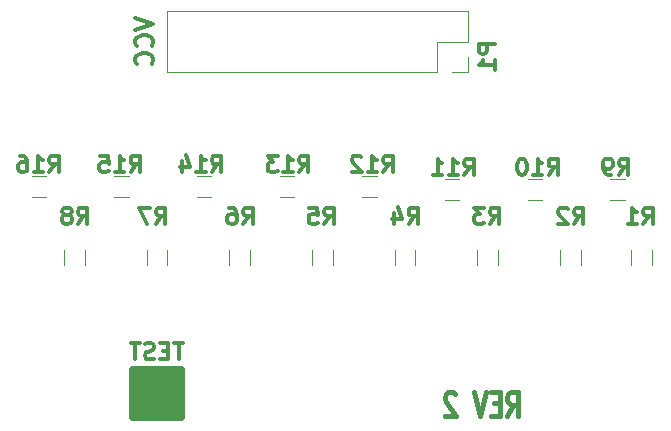
<source format=gbo>
%TF.GenerationSoftware,KiCad,Pcbnew,(6.0.1)*%
%TF.CreationDate,2022-06-02T17:03:42-04:00*%
%TF.ProjectId,SWLEDX8,53574c45-4458-4382-9e6b-696361645f70,X1*%
%TF.SameCoordinates,Original*%
%TF.FileFunction,Legend,Bot*%
%TF.FilePolarity,Positive*%
%FSLAX46Y46*%
G04 Gerber Fmt 4.6, Leading zero omitted, Abs format (unit mm)*
G04 Created by KiCad (PCBNEW (6.0.1)) date 2022-06-02 17:03:42*
%MOMM*%
%LPD*%
G01*
G04 APERTURE LIST*
%ADD10C,0.304800*%
%ADD11C,0.381000*%
%ADD12C,0.349250*%
%ADD13C,0.650000*%
%ADD14C,0.120000*%
G04 APERTURE END LIST*
D10*
X14165428Y-2700000D02*
X15689428Y-3208000D01*
X14165428Y-3716000D01*
X15544285Y-5094857D02*
X15616857Y-5022285D01*
X15689428Y-4804571D01*
X15689428Y-4659428D01*
X15616857Y-4441714D01*
X15471714Y-4296571D01*
X15326571Y-4224000D01*
X15036285Y-4151428D01*
X14818571Y-4151428D01*
X14528285Y-4224000D01*
X14383142Y-4296571D01*
X14238000Y-4441714D01*
X14165428Y-4659428D01*
X14165428Y-4804571D01*
X14238000Y-5022285D01*
X14310571Y-5094857D01*
X15544285Y-6618857D02*
X15616857Y-6546285D01*
X15689428Y-6328571D01*
X15689428Y-6183428D01*
X15616857Y-5965714D01*
X15471714Y-5820571D01*
X15326571Y-5748000D01*
X15036285Y-5675428D01*
X14818571Y-5675428D01*
X14528285Y-5748000D01*
X14383142Y-5820571D01*
X14238000Y-5965714D01*
X14165428Y-6183428D01*
X14165428Y-6328571D01*
X14238000Y-6546285D01*
X14310571Y-6618857D01*
D11*
X45677142Y-36419238D02*
X46185142Y-35451619D01*
X46548000Y-36419238D02*
X46548000Y-34387238D01*
X45967428Y-34387238D01*
X45822285Y-34484000D01*
X45749714Y-34580761D01*
X45677142Y-34774285D01*
X45677142Y-35064571D01*
X45749714Y-35258095D01*
X45822285Y-35354857D01*
X45967428Y-35451619D01*
X46548000Y-35451619D01*
X45024000Y-35354857D02*
X44516000Y-35354857D01*
X44298285Y-36419238D02*
X45024000Y-36419238D01*
X45024000Y-34387238D01*
X44298285Y-34387238D01*
X43862857Y-34387238D02*
X43354857Y-36419238D01*
X42846857Y-34387238D01*
X41250285Y-34580761D02*
X41177714Y-34484000D01*
X41032571Y-34387238D01*
X40669714Y-34387238D01*
X40524571Y-34484000D01*
X40452000Y-34580761D01*
X40379428Y-34774285D01*
X40379428Y-34967809D01*
X40452000Y-35258095D01*
X41322857Y-36419238D01*
X40379428Y-36419238D01*
D12*
%TO.C,TEST*%
X18228547Y-30234976D02*
X17430261Y-30234976D01*
X17829404Y-31631976D02*
X17829404Y-30234976D01*
X16964595Y-30900214D02*
X16498928Y-30900214D01*
X16299357Y-31631976D02*
X16964595Y-31631976D01*
X16964595Y-30234976D01*
X16299357Y-30234976D01*
X15767166Y-31565452D02*
X15567595Y-31631976D01*
X15234976Y-31631976D01*
X15101928Y-31565452D01*
X15035404Y-31498928D01*
X14968880Y-31365880D01*
X14968880Y-31232833D01*
X15035404Y-31099785D01*
X15101928Y-31033261D01*
X15234976Y-30966738D01*
X15501071Y-30900214D01*
X15634119Y-30833690D01*
X15700642Y-30767166D01*
X15767166Y-30634119D01*
X15767166Y-30501071D01*
X15700642Y-30368023D01*
X15634119Y-30301500D01*
X15501071Y-30234976D01*
X15168452Y-30234976D01*
X14968880Y-30301500D01*
X14569738Y-30234976D02*
X13771452Y-30234976D01*
X14170595Y-31631976D02*
X14170595Y-30234976D01*
%TO.C,R1*%
X57178833Y-20175976D02*
X57644500Y-19510738D01*
X57977119Y-20175976D02*
X57977119Y-18778976D01*
X57444928Y-18778976D01*
X57311880Y-18845500D01*
X57245357Y-18912023D01*
X57178833Y-19045071D01*
X57178833Y-19244642D01*
X57245357Y-19377690D01*
X57311880Y-19444214D01*
X57444928Y-19510738D01*
X57977119Y-19510738D01*
X55848357Y-20175976D02*
X56646642Y-20175976D01*
X56247500Y-20175976D02*
X56247500Y-18778976D01*
X56380547Y-18978547D01*
X56513595Y-19111595D01*
X56646642Y-19178119D01*
%TO.C,R2*%
X51304833Y-20175976D02*
X51770500Y-19510738D01*
X52103119Y-20175976D02*
X52103119Y-18778976D01*
X51570928Y-18778976D01*
X51437880Y-18845500D01*
X51371357Y-18912023D01*
X51304833Y-19045071D01*
X51304833Y-19244642D01*
X51371357Y-19377690D01*
X51437880Y-19444214D01*
X51570928Y-19510738D01*
X52103119Y-19510738D01*
X50772642Y-18912023D02*
X50706119Y-18845500D01*
X50573071Y-18778976D01*
X50240452Y-18778976D01*
X50107404Y-18845500D01*
X50040880Y-18912023D01*
X49974357Y-19045071D01*
X49974357Y-19178119D01*
X50040880Y-19377690D01*
X50839166Y-20175976D01*
X49974357Y-20175976D01*
%TO.C,R3*%
X44176833Y-20175976D02*
X44642500Y-19510738D01*
X44975119Y-20175976D02*
X44975119Y-18778976D01*
X44442928Y-18778976D01*
X44309880Y-18845500D01*
X44243357Y-18912023D01*
X44176833Y-19045071D01*
X44176833Y-19244642D01*
X44243357Y-19377690D01*
X44309880Y-19444214D01*
X44442928Y-19510738D01*
X44975119Y-19510738D01*
X43711166Y-18778976D02*
X42846357Y-18778976D01*
X43312023Y-19311166D01*
X43112452Y-19311166D01*
X42979404Y-19377690D01*
X42912880Y-19444214D01*
X42846357Y-19577261D01*
X42846357Y-19909880D01*
X42912880Y-20042928D01*
X42979404Y-20109452D01*
X43112452Y-20175976D01*
X43511595Y-20175976D01*
X43644642Y-20109452D01*
X43711166Y-20042928D01*
%TO.C,R4*%
X37302833Y-20175976D02*
X37768500Y-19510738D01*
X38101119Y-20175976D02*
X38101119Y-18778976D01*
X37568928Y-18778976D01*
X37435880Y-18845500D01*
X37369357Y-18912023D01*
X37302833Y-19045071D01*
X37302833Y-19244642D01*
X37369357Y-19377690D01*
X37435880Y-19444214D01*
X37568928Y-19510738D01*
X38101119Y-19510738D01*
X36105404Y-19244642D02*
X36105404Y-20175976D01*
X36438023Y-18712452D02*
X36770642Y-19710309D01*
X35905833Y-19710309D01*
%TO.C,R5*%
X30174833Y-20175976D02*
X30640500Y-19510738D01*
X30973119Y-20175976D02*
X30973119Y-18778976D01*
X30440928Y-18778976D01*
X30307880Y-18845500D01*
X30241357Y-18912023D01*
X30174833Y-19045071D01*
X30174833Y-19244642D01*
X30241357Y-19377690D01*
X30307880Y-19444214D01*
X30440928Y-19510738D01*
X30973119Y-19510738D01*
X28910880Y-18778976D02*
X29576119Y-18778976D01*
X29642642Y-19444214D01*
X29576119Y-19377690D01*
X29443071Y-19311166D01*
X29110452Y-19311166D01*
X28977404Y-19377690D01*
X28910880Y-19444214D01*
X28844357Y-19577261D01*
X28844357Y-19909880D01*
X28910880Y-20042928D01*
X28977404Y-20109452D01*
X29110452Y-20175976D01*
X29443071Y-20175976D01*
X29576119Y-20109452D01*
X29642642Y-20042928D01*
%TO.C,R6*%
X23300833Y-20175976D02*
X23766500Y-19510738D01*
X24099119Y-20175976D02*
X24099119Y-18778976D01*
X23566928Y-18778976D01*
X23433880Y-18845500D01*
X23367357Y-18912023D01*
X23300833Y-19045071D01*
X23300833Y-19244642D01*
X23367357Y-19377690D01*
X23433880Y-19444214D01*
X23566928Y-19510738D01*
X24099119Y-19510738D01*
X22103404Y-18778976D02*
X22369500Y-18778976D01*
X22502547Y-18845500D01*
X22569071Y-18912023D01*
X22702119Y-19111595D01*
X22768642Y-19377690D01*
X22768642Y-19909880D01*
X22702119Y-20042928D01*
X22635595Y-20109452D01*
X22502547Y-20175976D01*
X22236452Y-20175976D01*
X22103404Y-20109452D01*
X22036880Y-20042928D01*
X21970357Y-19909880D01*
X21970357Y-19577261D01*
X22036880Y-19444214D01*
X22103404Y-19377690D01*
X22236452Y-19311166D01*
X22502547Y-19311166D01*
X22635595Y-19377690D01*
X22702119Y-19444214D01*
X22768642Y-19577261D01*
%TO.C,R7*%
X15918833Y-20175976D02*
X16384500Y-19510738D01*
X16717119Y-20175976D02*
X16717119Y-18778976D01*
X16184928Y-18778976D01*
X16051880Y-18845500D01*
X15985357Y-18912023D01*
X15918833Y-19045071D01*
X15918833Y-19244642D01*
X15985357Y-19377690D01*
X16051880Y-19444214D01*
X16184928Y-19510738D01*
X16717119Y-19510738D01*
X15453166Y-18778976D02*
X14521833Y-18778976D01*
X15120547Y-20175976D01*
%TO.C,R8*%
X9298833Y-20175976D02*
X9764500Y-19510738D01*
X10097119Y-20175976D02*
X10097119Y-18778976D01*
X9564928Y-18778976D01*
X9431880Y-18845500D01*
X9365357Y-18912023D01*
X9298833Y-19045071D01*
X9298833Y-19244642D01*
X9365357Y-19377690D01*
X9431880Y-19444214D01*
X9564928Y-19510738D01*
X10097119Y-19510738D01*
X8500547Y-19377690D02*
X8633595Y-19311166D01*
X8700119Y-19244642D01*
X8766642Y-19111595D01*
X8766642Y-19045071D01*
X8700119Y-18912023D01*
X8633595Y-18845500D01*
X8500547Y-18778976D01*
X8234452Y-18778976D01*
X8101404Y-18845500D01*
X8034880Y-18912023D01*
X7968357Y-19045071D01*
X7968357Y-19111595D01*
X8034880Y-19244642D01*
X8101404Y-19311166D01*
X8234452Y-19377690D01*
X8500547Y-19377690D01*
X8633595Y-19444214D01*
X8700119Y-19510738D01*
X8766642Y-19643785D01*
X8766642Y-19909880D01*
X8700119Y-20042928D01*
X8633595Y-20109452D01*
X8500547Y-20175976D01*
X8234452Y-20175976D01*
X8101404Y-20109452D01*
X8034880Y-20042928D01*
X7968357Y-19909880D01*
X7968357Y-19643785D01*
X8034880Y-19510738D01*
X8101404Y-19444214D01*
X8234452Y-19377690D01*
%TO.C,R9*%
X55114833Y-16027976D02*
X55580500Y-15362738D01*
X55913119Y-16027976D02*
X55913119Y-14630976D01*
X55380928Y-14630976D01*
X55247880Y-14697500D01*
X55181357Y-14764023D01*
X55114833Y-14897071D01*
X55114833Y-15096642D01*
X55181357Y-15229690D01*
X55247880Y-15296214D01*
X55380928Y-15362738D01*
X55913119Y-15362738D01*
X54449595Y-16027976D02*
X54183500Y-16027976D01*
X54050452Y-15961452D01*
X53983928Y-15894928D01*
X53850880Y-15695357D01*
X53784357Y-15429261D01*
X53784357Y-14897071D01*
X53850880Y-14764023D01*
X53917404Y-14697500D01*
X54050452Y-14630976D01*
X54316547Y-14630976D01*
X54449595Y-14697500D01*
X54516119Y-14764023D01*
X54582642Y-14897071D01*
X54582642Y-15229690D01*
X54516119Y-15362738D01*
X54449595Y-15429261D01*
X54316547Y-15495785D01*
X54050452Y-15495785D01*
X53917404Y-15429261D01*
X53850880Y-15362738D01*
X53784357Y-15229690D01*
%TO.C,R10*%
X49160071Y-16027976D02*
X49625738Y-15362738D01*
X49958357Y-16027976D02*
X49958357Y-14630976D01*
X49426166Y-14630976D01*
X49293119Y-14697500D01*
X49226595Y-14764023D01*
X49160071Y-14897071D01*
X49160071Y-15096642D01*
X49226595Y-15229690D01*
X49293119Y-15296214D01*
X49426166Y-15362738D01*
X49958357Y-15362738D01*
X47829595Y-16027976D02*
X48627880Y-16027976D01*
X48228738Y-16027976D02*
X48228738Y-14630976D01*
X48361785Y-14830547D01*
X48494833Y-14963595D01*
X48627880Y-15030119D01*
X46964785Y-14630976D02*
X46831738Y-14630976D01*
X46698690Y-14697500D01*
X46632166Y-14764023D01*
X46565642Y-14897071D01*
X46499119Y-15163166D01*
X46499119Y-15495785D01*
X46565642Y-15761880D01*
X46632166Y-15894928D01*
X46698690Y-15961452D01*
X46831738Y-16027976D01*
X46964785Y-16027976D01*
X47097833Y-15961452D01*
X47164357Y-15894928D01*
X47230880Y-15761880D01*
X47297404Y-15495785D01*
X47297404Y-15163166D01*
X47230880Y-14897071D01*
X47164357Y-14764023D01*
X47097833Y-14697500D01*
X46964785Y-14630976D01*
%TO.C,R11*%
X42032071Y-16027976D02*
X42497738Y-15362738D01*
X42830357Y-16027976D02*
X42830357Y-14630976D01*
X42298166Y-14630976D01*
X42165119Y-14697500D01*
X42098595Y-14764023D01*
X42032071Y-14897071D01*
X42032071Y-15096642D01*
X42098595Y-15229690D01*
X42165119Y-15296214D01*
X42298166Y-15362738D01*
X42830357Y-15362738D01*
X40701595Y-16027976D02*
X41499880Y-16027976D01*
X41100738Y-16027976D02*
X41100738Y-14630976D01*
X41233785Y-14830547D01*
X41366833Y-14963595D01*
X41499880Y-15030119D01*
X39371119Y-16027976D02*
X40169404Y-16027976D01*
X39770261Y-16027976D02*
X39770261Y-14630976D01*
X39903309Y-14830547D01*
X40036357Y-14963595D01*
X40169404Y-15030119D01*
%TO.C,R12*%
X35158071Y-15777976D02*
X35623738Y-15112738D01*
X35956357Y-15777976D02*
X35956357Y-14380976D01*
X35424166Y-14380976D01*
X35291119Y-14447500D01*
X35224595Y-14514023D01*
X35158071Y-14647071D01*
X35158071Y-14846642D01*
X35224595Y-14979690D01*
X35291119Y-15046214D01*
X35424166Y-15112738D01*
X35956357Y-15112738D01*
X33827595Y-15777976D02*
X34625880Y-15777976D01*
X34226738Y-15777976D02*
X34226738Y-14380976D01*
X34359785Y-14580547D01*
X34492833Y-14713595D01*
X34625880Y-14780119D01*
X33295404Y-14514023D02*
X33228880Y-14447500D01*
X33095833Y-14380976D01*
X32763214Y-14380976D01*
X32630166Y-14447500D01*
X32563642Y-14514023D01*
X32497119Y-14647071D01*
X32497119Y-14780119D01*
X32563642Y-14979690D01*
X33361928Y-15777976D01*
X32497119Y-15777976D01*
%TO.C,R13*%
X28030071Y-15777976D02*
X28495738Y-15112738D01*
X28828357Y-15777976D02*
X28828357Y-14380976D01*
X28296166Y-14380976D01*
X28163119Y-14447500D01*
X28096595Y-14514023D01*
X28030071Y-14647071D01*
X28030071Y-14846642D01*
X28096595Y-14979690D01*
X28163119Y-15046214D01*
X28296166Y-15112738D01*
X28828357Y-15112738D01*
X26699595Y-15777976D02*
X27497880Y-15777976D01*
X27098738Y-15777976D02*
X27098738Y-14380976D01*
X27231785Y-14580547D01*
X27364833Y-14713595D01*
X27497880Y-14780119D01*
X26233928Y-14380976D02*
X25369119Y-14380976D01*
X25834785Y-14913166D01*
X25635214Y-14913166D01*
X25502166Y-14979690D01*
X25435642Y-15046214D01*
X25369119Y-15179261D01*
X25369119Y-15511880D01*
X25435642Y-15644928D01*
X25502166Y-15711452D01*
X25635214Y-15777976D01*
X26034357Y-15777976D01*
X26167404Y-15711452D01*
X26233928Y-15644928D01*
%TO.C,R14*%
X20648071Y-15777976D02*
X21113738Y-15112738D01*
X21446357Y-15777976D02*
X21446357Y-14380976D01*
X20914166Y-14380976D01*
X20781119Y-14447500D01*
X20714595Y-14514023D01*
X20648071Y-14647071D01*
X20648071Y-14846642D01*
X20714595Y-14979690D01*
X20781119Y-15046214D01*
X20914166Y-15112738D01*
X21446357Y-15112738D01*
X19317595Y-15777976D02*
X20115880Y-15777976D01*
X19716738Y-15777976D02*
X19716738Y-14380976D01*
X19849785Y-14580547D01*
X19982833Y-14713595D01*
X20115880Y-14780119D01*
X18120166Y-14846642D02*
X18120166Y-15777976D01*
X18452785Y-14314452D02*
X18785404Y-15312309D01*
X17920595Y-15312309D01*
%TO.C,R15*%
X13774071Y-15777976D02*
X14239738Y-15112738D01*
X14572357Y-15777976D02*
X14572357Y-14380976D01*
X14040166Y-14380976D01*
X13907119Y-14447500D01*
X13840595Y-14514023D01*
X13774071Y-14647071D01*
X13774071Y-14846642D01*
X13840595Y-14979690D01*
X13907119Y-15046214D01*
X14040166Y-15112738D01*
X14572357Y-15112738D01*
X12443595Y-15777976D02*
X13241880Y-15777976D01*
X12842738Y-15777976D02*
X12842738Y-14380976D01*
X12975785Y-14580547D01*
X13108833Y-14713595D01*
X13241880Y-14780119D01*
X11179642Y-14380976D02*
X11844880Y-14380976D01*
X11911404Y-15046214D01*
X11844880Y-14979690D01*
X11711833Y-14913166D01*
X11379214Y-14913166D01*
X11246166Y-14979690D01*
X11179642Y-15046214D01*
X11113119Y-15179261D01*
X11113119Y-15511880D01*
X11179642Y-15644928D01*
X11246166Y-15711452D01*
X11379214Y-15777976D01*
X11711833Y-15777976D01*
X11844880Y-15711452D01*
X11911404Y-15644928D01*
%TO.C,R16*%
X6900071Y-15777976D02*
X7365738Y-15112738D01*
X7698357Y-15777976D02*
X7698357Y-14380976D01*
X7166166Y-14380976D01*
X7033119Y-14447500D01*
X6966595Y-14514023D01*
X6900071Y-14647071D01*
X6900071Y-14846642D01*
X6966595Y-14979690D01*
X7033119Y-15046214D01*
X7166166Y-15112738D01*
X7698357Y-15112738D01*
X5569595Y-15777976D02*
X6367880Y-15777976D01*
X5968738Y-15777976D02*
X5968738Y-14380976D01*
X6101785Y-14580547D01*
X6234833Y-14713595D01*
X6367880Y-14780119D01*
X4372166Y-14380976D02*
X4638261Y-14380976D01*
X4771309Y-14447500D01*
X4837833Y-14514023D01*
X4970880Y-14713595D01*
X5037404Y-14979690D01*
X5037404Y-15511880D01*
X4970880Y-15644928D01*
X4904357Y-15711452D01*
X4771309Y-15777976D01*
X4505214Y-15777976D01*
X4372166Y-15711452D01*
X4305642Y-15644928D01*
X4239119Y-15511880D01*
X4239119Y-15179261D01*
X4305642Y-15046214D01*
X4372166Y-14979690D01*
X4505214Y-14913166D01*
X4771309Y-14913166D01*
X4904357Y-14979690D01*
X4970880Y-15046214D01*
X5037404Y-15179261D01*
%TO.C,P1*%
X44631976Y-4968880D02*
X43234976Y-4968880D01*
X43234976Y-5501071D01*
X43301500Y-5634119D01*
X43368023Y-5700642D01*
X43501071Y-5767166D01*
X43700642Y-5767166D01*
X43833690Y-5700642D01*
X43900214Y-5634119D01*
X43966738Y-5501071D01*
X43966738Y-4968880D01*
X44631976Y-7097642D02*
X44631976Y-6299357D01*
X44631976Y-6698500D02*
X43234976Y-6698500D01*
X43434547Y-6565452D01*
X43567595Y-6432404D01*
X43634119Y-6299357D01*
D13*
%TO.C,TEST*%
X18000000Y-34500000D02*
X14000000Y-34500000D01*
X14000000Y-33500000D02*
X14000000Y-34000000D01*
X18000000Y-33000000D02*
X18000000Y-33500000D01*
X18000000Y-32500000D02*
X18000000Y-36500000D01*
X14000000Y-35500000D02*
X14000000Y-36000000D01*
X18000000Y-33500000D02*
X14000000Y-33500000D01*
X14000000Y-34500000D02*
X14000000Y-35000000D01*
X18000000Y-35500000D02*
X14000000Y-35500000D01*
X14000000Y-34000000D02*
X18000000Y-34000000D01*
X14000000Y-32500000D02*
X14000000Y-33000000D01*
X14000000Y-35000000D02*
X17500000Y-35000000D01*
X14000000Y-36500000D02*
X14000000Y-32500000D01*
X17500000Y-35000000D02*
X18000000Y-35000000D01*
X14000000Y-33000000D02*
X18000000Y-33000000D01*
X18000000Y-35000000D02*
X18000000Y-35500000D01*
X18000000Y-34000000D02*
X18000000Y-34500000D01*
X18000000Y-36500000D02*
X14000000Y-36500000D01*
X14000000Y-32500000D02*
X18000000Y-32500000D01*
X14000000Y-36000000D02*
X18000000Y-36000000D01*
D14*
%TO.C,R1*%
X56120000Y-22400000D02*
X56120000Y-23600000D01*
X57880000Y-23600000D02*
X57880000Y-22400000D01*
%TO.C,R2*%
X51880000Y-23600000D02*
X51880000Y-22400000D01*
X50120000Y-22400000D02*
X50120000Y-23600000D01*
%TO.C,R3*%
X43120000Y-22400000D02*
X43120000Y-23600000D01*
X44880000Y-23600000D02*
X44880000Y-22400000D01*
%TO.C,R4*%
X37880000Y-23600000D02*
X37880000Y-22400000D01*
X36120000Y-22400000D02*
X36120000Y-23600000D01*
%TO.C,R5*%
X29120000Y-22400000D02*
X29120000Y-23600000D01*
X30880000Y-23600000D02*
X30880000Y-22400000D01*
%TO.C,R6*%
X23880000Y-23600000D02*
X23880000Y-22400000D01*
X22120000Y-22400000D02*
X22120000Y-23600000D01*
%TO.C,R7*%
X15120000Y-22400000D02*
X15120000Y-23600000D01*
X16880000Y-23600000D02*
X16880000Y-22400000D01*
%TO.C,R8*%
X9880000Y-23600000D02*
X9880000Y-22400000D01*
X8120000Y-22400000D02*
X8120000Y-23600000D01*
%TO.C,R9*%
X55600000Y-16370000D02*
X54400000Y-16370000D01*
X54400000Y-18130000D02*
X55600000Y-18130000D01*
%TO.C,R10*%
X48600000Y-16370000D02*
X47400000Y-16370000D01*
X47400000Y-18130000D02*
X48600000Y-18130000D01*
%TO.C,R11*%
X40400000Y-18130000D02*
X41600000Y-18130000D01*
X41600000Y-16370000D02*
X40400000Y-16370000D01*
%TO.C,R12*%
X33400000Y-17880000D02*
X34600000Y-17880000D01*
X34600000Y-16120000D02*
X33400000Y-16120000D01*
%TO.C,R13*%
X26400000Y-17880000D02*
X27600000Y-17880000D01*
X27600000Y-16120000D02*
X26400000Y-16120000D01*
%TO.C,R14*%
X19400000Y-17880000D02*
X20600000Y-17880000D01*
X20600000Y-16120000D02*
X19400000Y-16120000D01*
%TO.C,R15*%
X12400000Y-17880000D02*
X13600000Y-17880000D01*
X13600000Y-16120000D02*
X12400000Y-16120000D01*
%TO.C,R16*%
X6600000Y-16120000D02*
X5400000Y-16120000D01*
X5400000Y-17880000D02*
X6600000Y-17880000D01*
%TO.C,P1*%
X42330000Y-7330000D02*
X42330000Y-6000000D01*
X39730000Y-7330000D02*
X39730000Y-4730000D01*
X42330000Y-4730000D02*
X42330000Y-2130000D01*
X16810000Y-7330000D02*
X16810000Y-2130000D01*
X39730000Y-7330000D02*
X16810000Y-7330000D01*
X39730000Y-4730000D02*
X42330000Y-4730000D01*
X41000000Y-7330000D02*
X42330000Y-7330000D01*
X42330000Y-2130000D02*
X16810000Y-2130000D01*
%TD*%
M02*

</source>
